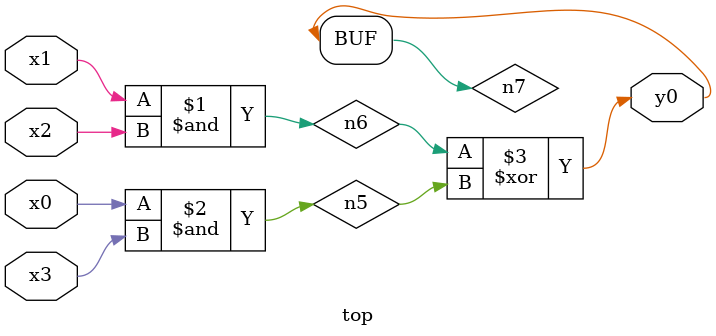
<source format=v>
module top( x0 , x1 , x2 , x3 , y0 );
  input x0 , x1 , x2 , x3 ;
  output y0 ;
  wire n5 , n6 , n7 ;
  assign n6 = x1 & x2 ;
  assign n5 = x0 & x3 ;
  assign n7 = n6 ^ n5 ;
  assign y0 = n7 ;
endmodule

</source>
